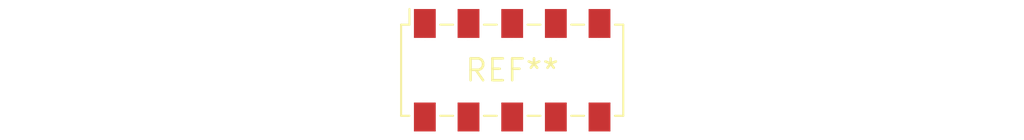
<source format=kicad_pcb>
(kicad_pcb (version 20240108) (generator pcbnew)
  (layers (0 "F.Cu" signal) (31 "B.Cu" signal) (34 "B.Paste" user) (35 "F.Paste" user) (36 "B.SilkS" user "B.Silkscreen") (37 "F.SilkS" user "F.Silkscreen") (38 "B.Mask" user) (39 "F.Mask" user) (44 "Edge.Cuts" user))
  (net 0 "")
  (footprint "Samtec_HLE-105-02-xxx-DV-BE_2x05_P2.54mm_Horizontal" (layer "F.Cu") (at 0 0)
    (property "Reference" "REF**")
    (property "Value" "Samtec_HLE-105-02-xxx-DV-BE_2x05_P2.54mm_Horizontal")
    (fp_line (start -6.46 -2.65) (end -6.46 2.65) (layer "F.SilkS") (stroke (width 0.12)))
    (fp_line (start -6.46 2.65) (end -5.975 2.65) (layer "F.SilkS") (stroke (width 0.12)))
    (fp_line (start -5.975 -3.56) (end -5.975 -2.65) (layer "F.SilkS") (stroke (width 0.12)))
    (fp_line (start -5.975 -2.65) (end -6.46 -2.65) (layer "F.SilkS") (stroke (width 0.12)))
    (fp_line (start -4.185 -2.65) (end -3.435 -2.65) (layer "F.SilkS") (stroke (width 0.12)))
    (fp_line (start -4.185 2.65) (end -3.435 2.65) (layer "F.SilkS") (stroke (width 0.12)))
    (fp_line (start -1.645 -2.65) (end -0.895 -2.65) (layer "F.SilkS") (stroke (width 0.12)))
    (fp_line (start -1.645 2.65) (end -0.895 2.65) (layer "F.SilkS") (stroke (width 0.12)))
    (fp_line (start 0.895 -2.65) (end 1.645 -2.65) (layer "F.SilkS") (stroke (width 0.12)))
    (fp_line (start 0.895 2.65) (end 1.645 2.65) (layer "F.SilkS") (stroke (width 0.12)))
    (fp_line (start 3.435 -2.65) (end 4.185 -2.65) (layer "F.SilkS") (stroke (width 0.12)))
    (fp_line (start 3.435 2.65) (end 4.185 2.65) (layer "F.SilkS") (stroke (width 0.12)))
    (fp_line (start 5.975 -2.65) (end 6.46 -2.65) (layer "F.SilkS") (stroke (width 0.12)))
    (fp_line (start 6.46 -2.65) (end 6.46 2.65) (layer "F.SilkS") (stroke (width 0.12)))
    (fp_line (start 6.46 2.65) (end 5.975 2.65) (layer "F.SilkS") (stroke (width 0.12)))
    (pad "" np_thru_hole circle (at -5.08 -1.27) (size 0.97 0.97) (drill 0.97) (layers *.Cu *.Mask))
    (pad "" np_thru_hole circle (at -5.08 1.27) (size 0.97 0.97) (drill 0.97) (layers *.Cu *.Mask))
    (pad "" np_thru_hole circle (at -2.54 -1.27) (size 0.97 0.97) (drill 0.97) (layers *.Cu *.Mask))
    (pad "" np_thru_hole circle (at -2.54 1.27) (size 0.97 0.97) (drill 0.97) (layers *.Cu *.Mask))
    (pad "" np_thru_hole circle (at 0 -1.27) (size 0.97 0.97) (drill 0.97) (layers *.Cu *.Mask))
    (pad "" np_thru_hole circle (at 0 1.27) (size 0.97 0.97) (drill 0.97) (layers *.Cu *.Mask))
    (pad "" np_thru_hole circle (at 2.54 -1.27) (size 0.97 0.97) (drill 0.97) (layers *.Cu *.Mask))
    (pad "" np_thru_hole circle (at 2.54 1.27) (size 0.97 0.97) (drill 0.97) (layers *.Cu *.Mask))
    (pad "" np_thru_hole circle (at 5.08 -1.27) (size 0.97 0.97) (drill 0.97) (layers *.Cu *.Mask))
    (pad "" np_thru_hole circle (at 5.08 1.27) (size 0.97 0.97) (drill 0.97) (layers *.Cu *.Mask))
    (pad "1" smd rect (at -5.08 -2.72) (size 1.27 1.68) (layers "F.Cu" "F.Paste" "F.Mask"))
    (pad "2" smd rect (at -5.08 2.72) (size 1.27 1.68) (layers "F.Cu" "F.Paste" "F.Mask"))
    (pad "3" smd rect (at -2.54 -2.72) (size 1.27 1.68) (layers "F.Cu" "F.Paste" "F.Mask"))
    (pad "4" smd rect (at -2.54 2.72) (size 1.27 1.68) (layers "F.Cu" "F.Paste" "F.Mask"))
    (pad "5" smd rect (at 0 -2.72) (size 1.27 1.68) (layers "F.Cu" "F.Paste" "F.Mask"))
    (pad "6" smd rect (at 0 2.72) (size 1.27 1.68) (layers "F.Cu" "F.Paste" "F.Mask"))
    (pad "7" smd rect (at 2.54 -2.72) (size 1.27 1.68) (layers "F.Cu" "F.Paste" "F.Mask"))
    (pad "8" smd rect (at 2.54 2.72) (size 1.27 1.68) (layers "F.Cu" "F.Paste" "F.Mask"))
    (pad "9" smd rect (at 5.08 -2.72) (size 1.27 1.68) (layers "F.Cu" "F.Paste" "F.Mask"))
    (pad "10" smd rect (at 5.08 2.72) (size 1.27 1.68) (layers "F.Cu" "F.Paste" "F.Mask"))
  )
)
</source>
